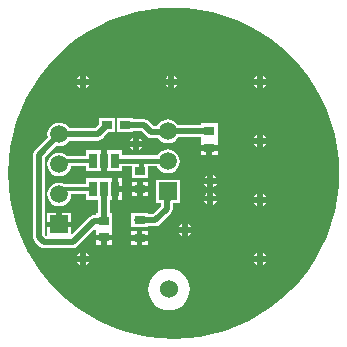
<source format=gtl>
%FSLAX25Y25*%
%MOIN*%
G70*
G01*
G75*
G04 Layer_Physical_Order=1*
G04 Layer_Color=255*
%ADD10R,0.03543X0.03150*%
%ADD11R,0.03543X0.02756*%
%ADD12R,0.02756X0.05118*%
%ADD13R,0.03347X0.02756*%
%ADD14C,0.01969*%
%ADD15C,0.01575*%
%ADD16C,0.01181*%
%ADD17C,0.00984*%
%ADD18C,0.05906*%
%ADD19R,0.05906X0.05906*%
%ADD20C,0.06000*%
%ADD21C,0.02500*%
G36*
X547241Y476802D02*
X551542Y476293D01*
X555790Y475448D01*
X559959Y474272D01*
X564022Y472773D01*
X567956Y470960D01*
X571735Y468843D01*
X575336Y466437D01*
X578737Y463756D01*
X581918Y460815D01*
X584858Y457635D01*
X587539Y454234D01*
X589946Y450632D01*
X592062Y446853D01*
X593875Y442920D01*
X595374Y438857D01*
X596550Y434688D01*
X597395Y430440D01*
X597904Y426139D01*
X598074Y421811D01*
X597904Y417483D01*
X597395Y413182D01*
X596550Y408934D01*
X595374Y404765D01*
X593875Y400702D01*
X592062Y396769D01*
X589946Y392990D01*
X587539Y389388D01*
X584858Y385987D01*
X581918Y382807D01*
X578737Y379867D01*
X575336Y377185D01*
X571735Y374779D01*
X567956Y372662D01*
X564022Y370849D01*
X559959Y369350D01*
X555790Y368175D01*
X551542Y367330D01*
X547241Y366820D01*
X542913Y366650D01*
X538586Y366820D01*
X534284Y367330D01*
X530036Y368175D01*
X525868Y369350D01*
X521804Y370849D01*
X517871Y372662D01*
X514092Y374779D01*
X510491Y377185D01*
X507089Y379867D01*
X503909Y382807D01*
X500969Y385987D01*
X498287Y389388D01*
X495881Y392990D01*
X494381Y395669D01*
X494094D01*
Y396180D01*
X493765Y396769D01*
X491952Y400702D01*
X490452Y404765D01*
X489277Y408934D01*
X488432Y413182D01*
X487923Y417483D01*
X487753Y421811D01*
X487923Y426139D01*
X488432Y430440D01*
X489277Y434688D01*
X490452Y438857D01*
X491952Y442920D01*
X493765Y446853D01*
X495881Y450632D01*
X498287Y454234D01*
X500969Y457635D01*
X503909Y460815D01*
X507089Y463756D01*
X510491Y466437D01*
X514092Y468843D01*
X517871Y470960D01*
X521804Y472773D01*
X525868Y474272D01*
X530036Y475448D01*
X534284Y476293D01*
X538586Y476802D01*
X542913Y476972D01*
X547241Y476802D01*
D02*
G37*
%LPC*%
G36*
X544898Y419701D02*
X536992D01*
Y411795D01*
X538528D01*
Y410680D01*
X535973Y408125D01*
X534268D01*
Y408480D01*
X528724D01*
Y406298D01*
X528686Y406102D01*
X528724Y405907D01*
Y403724D01*
X534268D01*
Y404079D01*
X536811D01*
X537585Y404233D01*
X538242Y404672D01*
X541982Y408412D01*
X542420Y409068D01*
X542574Y409842D01*
Y411795D01*
X544898D01*
Y419701D01*
D02*
G37*
G36*
X508677Y408677D02*
X505709D01*
Y405709D01*
X508677D01*
Y408677D01*
D02*
G37*
G36*
X573702Y412008D02*
X572638D01*
Y410944D01*
X573276Y411370D01*
X573702Y412008D01*
D02*
G37*
G36*
X570669D02*
X569605D01*
X570031Y411370D01*
X570669Y410944D01*
Y412008D01*
D02*
G37*
G36*
X545717Y404932D02*
X545079Y404505D01*
X544653Y403867D01*
X545717D01*
Y404932D01*
D02*
G37*
G36*
X534268Y402575D02*
X532480D01*
Y401181D01*
X534268D01*
Y402575D01*
D02*
G37*
G36*
X503740Y408677D02*
X500772D01*
Y405709D01*
X503740D01*
Y408677D01*
D02*
G37*
G36*
X547685Y404932D02*
Y403867D01*
X548749D01*
X548323Y404505D01*
X547685Y404932D01*
D02*
G37*
G36*
X530709Y415567D02*
X528921D01*
Y414173D01*
X530709D01*
Y415567D01*
D02*
G37*
G36*
X572638Y415040D02*
Y413976D01*
X573702D01*
X573276Y414614D01*
X572638Y415040D01*
D02*
G37*
G36*
X554134Y415434D02*
X553496Y415008D01*
X553070Y414370D01*
X554134D01*
Y415434D01*
D02*
G37*
G36*
X534465Y415567D02*
X532677D01*
Y414173D01*
X534465D01*
Y415567D01*
D02*
G37*
G36*
X557166Y412402D02*
X556102D01*
Y411337D01*
X556740Y411764D01*
X557166Y412402D01*
D02*
G37*
G36*
X554134D02*
X553070D01*
X553496Y411764D01*
X554134Y411337D01*
Y412402D01*
D02*
G37*
G36*
X570669Y415040D02*
X570031Y414614D01*
X569605Y413976D01*
X570669D01*
Y415040D01*
D02*
G37*
G36*
X525803Y415551D02*
X524409D01*
Y412976D01*
X525803D01*
Y415551D01*
D02*
G37*
G36*
X511614Y395356D02*
X510976Y394929D01*
X510550Y394291D01*
X511614D01*
Y395356D01*
D02*
G37*
G36*
X573702Y392323D02*
X572638D01*
Y391259D01*
X573276Y391685D01*
X573702Y392323D01*
D02*
G37*
G36*
X570669Y395356D02*
X570031Y394929D01*
X569605Y394291D01*
X570669D01*
Y395356D01*
D02*
G37*
G36*
X513583D02*
Y394291D01*
X514647D01*
X514221Y394929D01*
X513583Y395356D01*
D02*
G37*
G36*
X511614Y392323D02*
X510550D01*
X510976Y391685D01*
X511614Y391259D01*
Y392323D01*
D02*
G37*
G36*
X541339Y390010D02*
X539985Y389877D01*
X538683Y389482D01*
X537484Y388840D01*
X536432Y387977D01*
X535569Y386926D01*
X534928Y385726D01*
X534533Y384425D01*
X534400Y383071D01*
X534533Y381717D01*
X534928Y380416D01*
X535569Y379216D01*
X536432Y378164D01*
X537484Y377301D01*
X538683Y376660D01*
X539985Y376265D01*
X541339Y376132D01*
X542692Y376265D01*
X543994Y376660D01*
X545194Y377301D01*
X546245Y378164D01*
X547108Y379216D01*
X547749Y380416D01*
X548144Y381717D01*
X548278Y383071D01*
X548144Y384425D01*
X547749Y385726D01*
X547108Y386926D01*
X546245Y387977D01*
X545194Y388840D01*
X543994Y389482D01*
X542692Y389877D01*
X541339Y390010D01*
D02*
G37*
G36*
X570669Y392323D02*
X569605D01*
X570031Y391685D01*
X570669Y391259D01*
Y392323D01*
D02*
G37*
G36*
X514647D02*
X513583D01*
Y391259D01*
X514221Y391685D01*
X514647Y392323D01*
D02*
G37*
G36*
X545717Y401899D02*
X544653D01*
X545079Y401261D01*
X545717Y400835D01*
Y401899D01*
D02*
G37*
G36*
X534268Y399213D02*
X532480D01*
Y397819D01*
X534268D01*
Y399213D01*
D02*
G37*
G36*
X530512Y402575D02*
X528724D01*
Y401181D01*
X530512D01*
Y402575D01*
D02*
G37*
G36*
X548749Y401899D02*
X547685D01*
Y400835D01*
X548323Y401261D01*
X548749Y401899D01*
D02*
G37*
G36*
X518701Y399410D02*
X516913D01*
Y397819D01*
X518701D01*
Y399410D01*
D02*
G37*
G36*
X572638Y395356D02*
Y394291D01*
X573702D01*
X573276Y394929D01*
X572638Y395356D01*
D02*
G37*
G36*
X530512Y399213D02*
X528724D01*
Y397819D01*
X530512D01*
Y399213D01*
D02*
G37*
G36*
X522457Y399410D02*
X520669D01*
Y397819D01*
X522457D01*
Y399410D01*
D02*
G37*
G36*
X556102Y415434D02*
Y414370D01*
X557166D01*
X556740Y415008D01*
X556102Y415434D01*
D02*
G37*
G36*
X514647Y451378D02*
X513583D01*
Y450314D01*
X514221Y450740D01*
X514647Y451378D01*
D02*
G37*
G36*
X511614D02*
X510550D01*
X510976Y450740D01*
X511614Y450314D01*
Y451378D01*
D02*
G37*
G36*
X544174D02*
X543110D01*
Y450314D01*
X543748Y450740D01*
X544174Y451378D01*
D02*
G37*
G36*
X541142D02*
X540078D01*
X540504Y450740D01*
X541142Y450314D01*
Y451378D01*
D02*
G37*
G36*
X570669Y434726D02*
X570031Y434299D01*
X569605Y433661D01*
X570669D01*
Y434726D01*
D02*
G37*
G36*
X531299Y433544D02*
Y432480D01*
X532363D01*
X531937Y433118D01*
X531737Y433252D01*
X531299Y433544D01*
D02*
G37*
G36*
X523244Y440173D02*
X517898D01*
Y437983D01*
X516662Y436748D01*
X508154D01*
X507544Y437543D01*
X506718Y438177D01*
X505756Y438575D01*
X504724Y438711D01*
X503692Y438575D01*
X502731Y438177D01*
X501905Y437543D01*
X501272Y436718D01*
X500873Y435756D01*
X500738Y434724D01*
X500869Y433730D01*
X496601Y429462D01*
X496162Y428806D01*
X496008Y428031D01*
Y400394D01*
X496162Y399620D01*
X496601Y398963D01*
X498176Y397388D01*
X498832Y396950D01*
X499606Y396796D01*
X509252D01*
X510026Y396950D01*
X510682Y397388D01*
X516451Y403157D01*
X516913Y402966D01*
Y401378D01*
X522457D01*
Y402969D01*
X522457D01*
X522457Y403331D01*
X522457Y403331D01*
Y403331D01*
Y408480D01*
X521708D01*
Y412976D01*
X522441D01*
Y416535D01*
Y420094D01*
X513567D01*
Y418157D01*
X506744D01*
X506718Y418177D01*
X505756Y418575D01*
X504724Y418711D01*
X503692Y418575D01*
X502731Y418177D01*
X501905Y417544D01*
X501272Y416718D01*
X500873Y415756D01*
X500738Y414724D01*
X500873Y413693D01*
X501272Y412731D01*
X501905Y411905D01*
X502731Y411272D01*
X503692Y410873D01*
X504724Y410738D01*
X505756Y410873D01*
X506718Y411272D01*
X507544Y411905D01*
X508177Y412731D01*
X508575Y413693D01*
X508711Y414724D01*
X508877Y414914D01*
X513567D01*
Y412976D01*
X517662D01*
Y408480D01*
X516913D01*
Y407929D01*
X516339D01*
X515564Y407775D01*
X514908Y407336D01*
X509139Y401567D01*
X508677Y401758D01*
Y403740D01*
X500772D01*
Y401168D01*
X500470Y401043D01*
X500055Y401321D01*
Y427193D01*
X503730Y430868D01*
X504724Y430738D01*
X505756Y430873D01*
X506718Y431272D01*
X507544Y431905D01*
X508154Y432701D01*
X517717D01*
X518491Y432855D01*
X519147Y433294D01*
X519583Y433946D01*
X521054Y435417D01*
X523244D01*
Y440173D01*
D02*
G37*
G36*
X572638Y434726D02*
Y433661D01*
X573702D01*
X573276Y434299D01*
X572638Y434726D01*
D02*
G37*
G36*
X543110Y454411D02*
Y453346D01*
X544174D01*
X543748Y453984D01*
X543110Y454411D01*
D02*
G37*
G36*
X541142D02*
X540504Y453984D01*
X540078Y453346D01*
X541142D01*
Y454411D01*
D02*
G37*
G36*
X572638D02*
Y453346D01*
X573702D01*
X573276Y453984D01*
X572638Y454411D01*
D02*
G37*
G36*
X570669D02*
X570031Y453984D01*
X569605Y453346D01*
X570669D01*
Y454411D01*
D02*
G37*
G36*
X573702Y451378D02*
X572638D01*
Y450314D01*
X573276Y450740D01*
X573702Y451378D01*
D02*
G37*
G36*
X570669D02*
X569605D01*
X570031Y450740D01*
X570669Y450314D01*
Y451378D01*
D02*
G37*
G36*
X513583Y454411D02*
Y453346D01*
X514647D01*
X514221Y453984D01*
X513583Y454411D01*
D02*
G37*
G36*
X511614D02*
X510976Y453984D01*
X510550Y453346D01*
X511614D01*
Y454411D01*
D02*
G37*
G36*
X529331Y433544D02*
X528693Y433118D01*
X528267Y432480D01*
X529331D01*
Y433544D01*
D02*
G37*
G36*
X554134Y421340D02*
X553496Y420914D01*
X553070Y420276D01*
X554134D01*
Y421340D01*
D02*
G37*
G36*
X534465Y418929D02*
X532677D01*
Y417535D01*
X534465D01*
Y418929D01*
D02*
G37*
G36*
X518701Y429543D02*
X513567D01*
Y427606D01*
X507462D01*
X506718Y428177D01*
X505756Y428575D01*
X504724Y428711D01*
X503692Y428575D01*
X502731Y428177D01*
X501905Y427543D01*
X501272Y426718D01*
X500873Y425756D01*
X500738Y424724D01*
X500873Y423693D01*
X501272Y422731D01*
X501905Y421905D01*
X502731Y421272D01*
X503692Y420873D01*
X504724Y420738D01*
X505756Y420873D01*
X506718Y421272D01*
X507544Y421905D01*
X508177Y422731D01*
X508575Y423693D01*
X508664Y424363D01*
X513567D01*
Y422425D01*
X518701D01*
Y425984D01*
Y429543D01*
D02*
G37*
G36*
X556102Y421340D02*
Y420276D01*
X557166D01*
X556740Y420914D01*
X556102Y421340D01*
D02*
G37*
G36*
X557166Y418307D02*
X556102D01*
Y417243D01*
X556740Y417669D01*
X557166Y418307D01*
D02*
G37*
G36*
X554134D02*
X553070D01*
X553496Y417669D01*
X554134Y417243D01*
Y418307D01*
D02*
G37*
G36*
X530709Y418929D02*
X528921D01*
Y417535D01*
X530709D01*
Y418929D01*
D02*
G37*
G36*
X525803Y420094D02*
X524409D01*
Y417520D01*
X525803D01*
Y420094D01*
D02*
G37*
G36*
X570669Y431693D02*
X569605D01*
X570031Y431055D01*
X570669Y430629D01*
Y431693D01*
D02*
G37*
G36*
X532363Y430512D02*
X531299D01*
Y429448D01*
X531937Y429874D01*
X532363Y430512D01*
D02*
G37*
G36*
X529347Y440173D02*
X524000D01*
Y435417D01*
X529347D01*
Y435772D01*
X532233D01*
X534002Y434002D01*
X534659Y433564D01*
X535433Y433410D01*
X537757D01*
X538126Y432929D01*
X538951Y432295D01*
X539913Y431897D01*
X540945Y431761D01*
X541977Y431897D01*
X542938Y432295D01*
X543764Y432929D01*
X544375Y433725D01*
X551953D01*
Y433252D01*
X551953D01*
X551953Y432890D01*
X551953D01*
Y431299D01*
X557496D01*
Y432890D01*
X557496D01*
X557496Y433252D01*
X557496Y433252D01*
Y433252D01*
Y438402D01*
X551953D01*
Y437771D01*
X544375D01*
X543764Y438567D01*
X542938Y439201D01*
X541977Y439599D01*
X540945Y439735D01*
X539913Y439599D01*
X538951Y439201D01*
X538126Y438567D01*
X537492Y437742D01*
X537374Y437456D01*
X536271D01*
X534501Y439226D01*
X533845Y439664D01*
X533071Y439818D01*
X529347D01*
Y440173D01*
D02*
G37*
G36*
X573702Y431693D02*
X572638D01*
Y430629D01*
X573276Y431055D01*
X573702Y431693D01*
D02*
G37*
G36*
X557496Y429331D02*
X555709D01*
Y427740D01*
X557496D01*
Y429331D01*
D02*
G37*
G36*
X553740D02*
X551953D01*
Y427740D01*
X553740D01*
Y429331D01*
D02*
G37*
G36*
X529331Y430512D02*
X528267D01*
X528693Y429874D01*
X529331Y429448D01*
Y430512D01*
D02*
G37*
G36*
X540945Y429735D02*
X539913Y429599D01*
X538951Y429201D01*
X538126Y428567D01*
X537542Y427807D01*
X525803D01*
Y429543D01*
X520669D01*
Y425984D01*
Y422425D01*
X525803D01*
Y424162D01*
X528921D01*
Y420079D01*
X534465D01*
Y424162D01*
X537324D01*
X537492Y423755D01*
X538126Y422929D01*
X538951Y422295D01*
X539913Y421897D01*
X540945Y421761D01*
X541977Y421897D01*
X542938Y422295D01*
X543764Y422929D01*
X544398Y423755D01*
X544796Y424716D01*
X544932Y425748D01*
X544796Y426780D01*
X544398Y427741D01*
X543764Y428567D01*
X542938Y429201D01*
X541977Y429599D01*
X540945Y429735D01*
D02*
G37*
%LPD*%
D10*
X554724Y435827D02*
D03*
Y430315D02*
D03*
X519685Y405905D02*
D03*
Y400394D02*
D03*
D11*
X531693Y416551D02*
D03*
Y422457D02*
D03*
X531496Y400197D02*
D03*
Y406102D02*
D03*
D12*
X523425Y416535D02*
D03*
X519685D02*
D03*
X515945D02*
D03*
Y425984D02*
D03*
X519685D02*
D03*
X523425D02*
D03*
D13*
X526673Y437795D02*
D03*
X520571D02*
D03*
D14*
X498032Y400394D02*
Y428031D01*
X504724Y434724D01*
X540551Y412992D02*
X542520Y414961D01*
X540551Y409842D02*
Y412992D01*
X536811Y406102D02*
X540551Y409842D01*
X530709Y406102D02*
X536811D01*
X499606Y398819D02*
X509252D01*
X516339Y405905D01*
X519685D01*
X519685Y405905D01*
Y416535D01*
X504724Y434724D02*
X517717D01*
X498032Y400394D02*
X499606Y398819D01*
X535433Y435433D02*
X540630D01*
X540945Y435748D01*
X533071Y437795D02*
X535433Y435433D01*
X517717Y434724D02*
Y434941D01*
X520571Y437795D01*
X526673D02*
X533071D01*
X540945Y435748D02*
X554646D01*
X554724Y435827D01*
D15*
X540315Y425984D02*
X540945Y425354D01*
X523425Y425984D02*
X540315D01*
X531890Y423032D02*
Y424961D01*
D16*
X505984Y425984D02*
X515945D01*
X506535Y416535D02*
X515945D01*
D17*
X504724Y424724D02*
X505984Y425984D01*
X504724Y414724D02*
X506535Y416535D01*
D18*
X504724Y434724D02*
D03*
Y424724D02*
D03*
Y414724D02*
D03*
X540945Y425748D02*
D03*
Y435748D02*
D03*
D19*
X504724Y404724D02*
D03*
X540945Y415748D02*
D03*
D20*
X541339Y383071D02*
D03*
D21*
X546701Y402883D02*
D03*
X512598Y393307D02*
D03*
Y452362D02*
D03*
X542126D02*
D03*
X571654D02*
D03*
Y432677D02*
D03*
Y412992D02*
D03*
Y393307D02*
D03*
X530315Y431496D02*
D03*
X555118Y419291D02*
D03*
Y413386D02*
D03*
M02*

</source>
